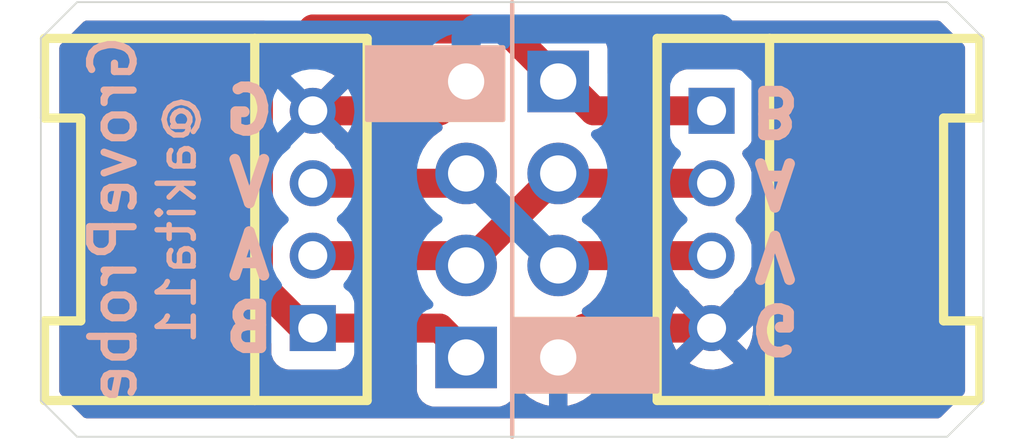
<source format=kicad_pcb>
(kicad_pcb (version 20211014) (generator pcbnew)
  (layers (0 "F.Cu" signal) (31 "B.Cu" signal) (34 "B.Paste" user) (35 "F.Paste" user) (36 "B.SilkS" user "B.Silkscreen") (37 "F.SilkS" user "F.Silkscreen") (38 "B.Mask" user) (39 "F.Mask" user) (44 "Edge.Cuts" user))
  (net 0 "")
  (net 1 "Net-(CN1-Pad1)")
  (net 2 "Net-(CN1-Pad2)")
  (net 3 "Net-(CN1-Pad3)")
  (net 4 "GND")
  (footprint "Connector_PinSocket_2.54mm:PinSocket_1x04_P2.54mm_Vertical" (layer "F.Cu") (at 11.73 9.81 180)
    (fp_text reference "J1" hide)
    (fp_text value "Conn_01x04" hide)
    (pad "1" thru_hole rect (at 0 0 180) (size 1.7 1.7) (drill 1) (layers *.Cu *.Mask) (net 1 "Net-(CN1-Pad1)"))
    (pad "2" thru_hole oval (at 0 2.54 180) (size 1.7 1.7) (drill 1) (layers *.Cu *.Mask) (net 2 "Net-(CN1-Pad2)"))
    (pad "3" thru_hole oval (at 0 5.08 180) (size 1.7 1.7) (drill 1) (layers *.Cu *.Mask) (net 3 "Net-(CN1-Pad3)"))
    (pad "4" thru_hole oval (at 0 7.62 180) (size 1.7 1.7) (drill 1) (layers *.Cu *.Mask) (net 4 "GND"))
  )
  (footprint "Connector_PinSocket_2.54mm:PinSocket_1x04_P2.54mm_Vertical" (layer "F.Cu") (at 14.27 2.19)
    (fp_text reference "J2" hide)
    (fp_text value "Conn_01x04" hide)
    (pad "1" thru_hole rect (at 0 0) (size 1.7 1.7) (drill 1) (layers *.Cu *.Mask) (net 1 "Net-(CN1-Pad1)"))
    (pad "2" thru_hole oval (at 0 2.54) (size 1.7 1.7) (drill 1) (layers *.Cu *.Mask) (net 2 "Net-(CN1-Pad2)"))
    (pad "3" thru_hole oval (at 0 5.08) (size 1.7 1.7) (drill 1) (layers *.Cu *.Mask) (net 3 "Net-(CN1-Pad3)"))
    (pad "4" thru_hole oval (at 0 7.62) (size 1.7 1.7) (drill 1) (layers *.Cu *.Mask) (net 4 "GND"))
  )
  (footprint "akita:CON_GROVE_H" (layer "F.Cu") (at 7.5 6 90)
    (fp_text reference "CN1" hide)
    (fp_text value "CON_GROVE" hide)
    (fp_line (start -2.8 -7.4) (end -2.8 -6.4) (layer "F.SilkS") (width 0.254))
    (fp_line (start -5 -7.4) (end -2.8 -7.4) (layer "F.SilkS") (width 0.254))
    (fp_line (start -5 -7.4) (end -5 -1.6) (layer "F.SilkS") (width 0.254))
    (fp_line (start 5 1.5) (end 5 -1.6) (layer "F.SilkS") (width 0.254))
    (fp_line (start -5 -1.6) (end -5 1.5) (layer "F.SilkS") (width 0.254))
    (fp_line (start 2.8 -7.4) (end 5 -7.4) (layer "F.SilkS") (width 0.254))
    (fp_line (start -5 -1) (end -5 1) (layer "F.SilkS") (width 0.127))
    (fp_line (start -5 1.5) (end 5 1.5) (layer "F.SilkS") (width 0.254))
    (fp_line (start 2.8 -6.4) (end 2.8 -7.4) (layer "F.SilkS") (width 0.254))
    (fp_line (start -5 -1.6) (end 5 -1.6) (layer "F.SilkS") (width 0.254))
    (fp_line (start -2.8 -6.4) (end 2.8 -6.4) (layer "F.SilkS") (width 0.254))
    (fp_line (start 5 -1.6) (end 5 -7.4) (layer "F.SilkS") (width 0.254))
    (pad "1" thru_hole rect (at -3 0 90) (size 1.27 1.27) (drill 0.8) (layers *.Cu *.Mask) (net 1 "Net-(CN1-Pad1)"))
    (pad "2" thru_hole circle (at -1 0 90) (size 1.27 1.27) (drill 0.8) (layers *.Cu *.Mask) (net 2 "Net-(CN1-Pad2)"))
    (pad "3" thru_hole circle (at 1 0 90) (size 1.27 1.27) (drill 0.8) (layers *.Cu *.Mask) (net 3 "Net-(CN1-Pad3)"))
    (pad "4" thru_hole circle (at 3 0 90) (size 1.27 1.27) (drill 0.8) (layers *.Cu *.Mask) (net 4 "GND"))
  )
  (footprint "akita:CON_GROVE_H" (layer "F.Cu") (at 18.5 6 -90)
    (fp_text reference "CN2" hide)
    (fp_text value "CON_GROVE" hide)
    (fp_line (start 2.8 -7.4) (end 5 -7.4) (layer "F.SilkS") (width 0.254))
    (fp_line (start -5 -1) (end -5 1) (layer "F.SilkS") (width 0.127))
    (fp_line (start 2.8 -6.4) (end 2.8 -7.4) (layer "F.SilkS") (width 0.254))
    (fp_line (start -5 1.5) (end 5 1.5) (layer "F.SilkS") (width 0.254))
    (fp_line (start -5 -7.4) (end -2.8 -7.4) (layer "F.SilkS") (width 0.254))
    (fp_line (start -2.8 -6.4) (end 2.8 -6.4) (layer "F.SilkS") (width 0.254))
    (fp_line (start -5 -1.6) (end -5 1.5) (layer "F.SilkS") (width 0.254))
    (fp_line (start 5 -1.6) (end 5 -7.4) (layer "F.SilkS") (width 0.254))
    (fp_line (start -5 -1.6) (end 5 -1.6) (layer "F.SilkS") (width 0.254))
    (fp_line (start -2.8 -7.4) (end -2.8 -6.4) (layer "F.SilkS") (width 0.254))
    (fp_line (start 5 1.5) (end 5 -1.6) (layer "F.SilkS") (width 0.254))
    (fp_line (start -5 -7.4) (end -5 -1.6) (layer "F.SilkS") (width 0.254))
    (pad "1" thru_hole rect (at -3 0 270) (size 1.27 1.27) (drill 0.8) (layers *.Cu *.Mask) (net 1 "Net-(CN1-Pad1)"))
    (pad "2" thru_hole circle (at -1 0 270) (size 1.27 1.27) (drill 0.8) (layers *.Cu *.Mask) (net 2 "Net-(CN1-Pad2)"))
    (pad "3" thru_hole circle (at 1 0 270) (size 1.27 1.27) (drill 0.8) (layers *.Cu *.Mask) (net 3 "Net-(CN1-Pad3)"))
    (pad "4" thru_hole circle (at 3 0 270) (size 1.27 1.27) (drill 0.8) (layers *.Cu *.Mask) (net 4 "GND"))
  )
  (gr_rect (start 13 8.75) (end 17 10.75) (layer "B.SilkS") (width 0.12) (fill solid))
  (gr_rect (start 9 1.25) (end 12.75 3.25) (layer "B.SilkS") (width 0.12) (fill solid))
  (gr_line (start 13 0) (end 13 12) (layer "B.SilkS") (width 0.12))
  (gr_rect (start 16.875 10.75) (end 13.125 8.75) (layer "F.SilkS") (width 0.12) (fill solid))
  (gr_line (start 13 0) (end 13 12) (layer "F.SilkS") (width 0.12))
  (gr_rect (start 12.75 3.25) (end 9 1.25) (layer "F.SilkS") (width 0.12) (fill solid))
  (gr_line (start 26 1) (end 26 11) (layer "Edge.Cuts") (width 0.05))
  (gr_line (start 25 12) (end 1 12) (layer "Edge.Cuts") (width 0.05))
  (gr_line (start 1 0) (end 25 0) (layer "Edge.Cuts") (width 0.05))
  (gr_line (start 26 1) (end 25 0) (layer "Edge.Cuts") (width 0.05))
  (gr_line (start 0 11) (end 1 12) (layer "Edge.Cuts") (width 0.05))
  (gr_line (start 0 1) (end 1 0) (layer "Edge.Cuts") (width 0.05))
  (gr_line (start 0 1) (end 0 11) (layer "Edge.Cuts") (width 0.05))
  (gr_line (start 25 12) (end 26 11) (layer "Edge.Cuts") (width 0.05))
  (gr_text "V" (at 20.25 7 180) (layer "B.SilkS") (effects (font (size 1.2 1.2) (thickness 0.3)) (justify mirror)))
  (gr_text "B" (at 20.25 3 180) (layer "B.SilkS") (effects (font (size 1.2 1.2) (thickness 0.3)) (justify mirror)))
  (gr_text "A" (at 20.25 5 180) (layer "B.SilkS") (effects (font (size 1.2 1.2) (thickness 0.3)) (justify mirror)))
  (gr_text "G" (at 5.75 3) (layer "B.SilkS") (effects (font (size 1.2 1.2) (thickness 0.3)) (justify mirror)))
  (gr_text "A" (at 5.75 7) (layer "B.SilkS") (effects (font (size 1.2 1.2) (thickness 0.3)) (justify mirror)))
  (gr_text "GroveProbe" (at 2 6 90) (layer "B.SilkS") (effects (font (size 1.2 1.2) (thickness 0.2)) (justify mirror)))
  (gr_text "@akita11" (at 3.75 6 90) (layer "B.SilkS") (effects (font (size 1 1)) (justify mirror)))
  (gr_text "V" (at 5.75 5) (layer "B.SilkS") (effects (font (size 1.2 1.2) (thickness 0.3)) (justify mirror)))
  (gr_text "B" (at 5.75 9) (layer "B.SilkS") (effects (font (size 1.2 1.2) (thickness 0.3)) (justify mirror)))
  (gr_text "G" (at 20.25 9 180) (layer "B.SilkS") (effects (font (size 1.2 1.2) (thickness 0.3)) (justify mirror)))
  (segment (start 7.509511 0.740489) (end 6 2.25) (width 0.8) (layer "F.Cu") (net 1))
  (segment (start 12.820489 0.740489) (end 7.509511 0.740489) (width 0.8) (layer "F.Cu") (net 1))
  (segment (start 6 7.75) (end 7.25 9) (width 0.8) (layer "F.Cu") (net 1))
  (segment (start 7.5 9) (end 11 9) (width 0.8) (layer "F.Cu") (net 1))
  (segment (start 11 9) (end 11.75 9.75) (width 0.8) (layer "F.Cu") (net 1))
  (segment (start 6 2.25) (end 6 7.75) (width 0.8) (layer "F.Cu") (net 1))
  (segment (start 18.5 3) (end 15.25 3) (width 0.8) (layer "F.Cu") (net 1))
  (segment (start 14.27 2.19) (end 12.820489 0.740489) (width 0.8) (layer "F.Cu") (net 1))
  (segment (start 15.25 3) (end 14.25 2) (width 0.8) (layer "F.Cu") (net 1))
  (segment (start 7.25 9) (end 7.5 9) (width 0.8) (layer "F.Cu") (net 1))
  (segment (start 18.5 5) (end 14.5 5) (width 0.8) (layer "F.Cu") (net 2))
  (segment (start 14.5 5) (end 14.25 4.75) (width 0.8) (layer "F.Cu") (net 2))
  (segment (start 11.73 7.27) (end 14.25 4.75) (width 0.8) (layer "F.Cu") (net 2))
  (segment (start 11.5 7) (end 11.75 7.25) (width 0.8) (layer "F.Cu") (net 2))
  (segment (start 7.5 7) (end 11.5 7) (width 0.8) (layer "F.Cu") (net 2))
  (segment (start 14.75 7) (end 14.5 7.25) (width 0.8) (layer "F.Cu") (net 3))
  (segment (start 7.5 5) (end 11.5 5) (width 0.8) (layer "F.Cu") (net 3))
  (segment (start 18.5 7) (end 14.75 7) (width 0.8) (layer "F.Cu") (net 3))
  (segment (start 11.5 5) (end 11.75 4.75) (width 0.8) (layer "F.Cu") (net 3))
  (segment (start 11.73 4.73) (end 14.25 7.25) (width 0.8) (layer "B.Cu") (net 3))
  (segment (start 15 9) (end 14.25 9.75) (width 0.8) (layer "F.Cu") (net 4))
  (segment (start 11 3) (end 12 2) (width 0.8) (layer "F.Cu") (net 4))
  (segment (start 18.5 9) (end 15 9) (width 0.8) (layer "F.Cu") (net 4))
  (segment (start 7.5 3) (end 10.75 3) (width 0.8) (layer "F.Cu") (net 4))
  (segment (start 10.75 3) (end 11.5 2.25) (width 0.8) (layer "F.Cu") (net 4))
  (segment (start 7.5 3) (end 11 3) (width 0.8) (layer "F.Cu") (net 4))
  (segment (start 11.73 2.19) (end 11.73 0.987919) (width 0.8) (layer "B.Cu") (net 4))
  (segment (start 18.740489 0.740489) (end 20 2) (width 0.8) (layer "B.Cu") (net 4))
  (segment (start 11.73 0.987919) (end 11.97743 0.740489) (width 0.8) (layer "B.Cu") (net 4))
  (segment (start 19 9) (end 18.5 9) (width 0.8) (layer "B.Cu") (net 4))
  (segment (start 20 8) (end 19 9) (width 0.8) (layer "B.Cu") (net 4))
  (segment (start 20 2) (end 20 8) (width 0.8) (layer "B.Cu") (net 4))
  (segment (start 11.97743 0.740489) (end 18.740489 0.740489) (width 0.8) (layer "B.Cu") (net 4))
  (zone (net 4) (net_name "GND") (layers F&B.Cu) (connect_pads (clearance 0.508)) (min_thickness 0.254) (fill yes (thermal_gap 0.508) (thermal_bridge_width 0.508))
    (polygon (pts (xy 26 12) (xy 0 12) (xy 0 0) (xy 26 0)))
  )
)
</source>
